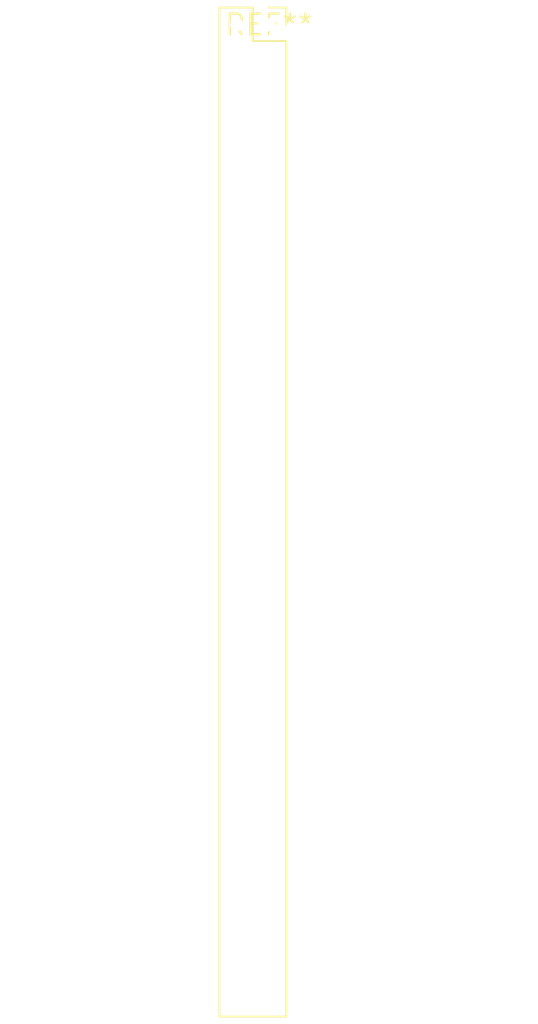
<source format=kicad_pcb>
(kicad_pcb (version 20240108) (generator pcbnew)
  (layers (0 "F.Cu" signal) (31 "B.Cu" signal) (34 "B.Paste" user) (35 "F.Paste" user) (36 "B.SilkS" user "B.Silkscreen") (37 "F.SilkS" user "F.Silkscreen") (38 "B.Mask" user) (39 "F.Mask" user) (44 "Edge.Cuts" user))
  (net 0 "")
  (footprint "PinSocket_2x31_P2.00mm_Vertical" (layer "F.Cu") (at 0 0)
    (property "Reference" "REF**")
    (property "Value" "PinSocket_2x31_P2.00mm_Vertical")
    (fp_line (start -3.06 -1.06) (end -3.06 61.06) (layer "F.SilkS") (stroke (width 0.12)))
    (fp_line (start -3.06 -1.06) (end -1 -1.06) (layer "F.SilkS") (stroke (width 0.12)))
    (fp_line (start -3.06 61.06) (end 1.06 61.06) (layer "F.SilkS") (stroke (width 0.12)))
    (fp_line (start -1 -1.06) (end -1 1) (layer "F.SilkS") (stroke (width 0.12)))
    (fp_line (start -1 1) (end 1.06 1) (layer "F.SilkS") (stroke (width 0.12)))
    (fp_line (start 0 -1.06) (end 1.06 -1.06) (layer "F.SilkS") (stroke (width 0.12)))
    (fp_line (start 1.06 -1.06) (end 1.06 0) (layer "F.SilkS") (stroke (width 0.12)))
    (fp_line (start 1.06 1) (end 1.06 61.06) (layer "F.SilkS") (stroke (width 0.12)))
    (pad "1" thru_hole rect (at 0 0) (size 1.35 1.35) (drill 0.8) (layers *.Cu *.Mask) (remove_unused_layers))
    (pad "2" thru_hole oval (at -2 0) (size 1.35 1.35) (drill 0.8) (layers *.Cu *.Mask) (remove_unused_layers))
    (pad "3" thru_hole oval (at 0 2) (size 1.35 1.35) (drill 0.8) (layers *.Cu *.Mask) (remove_unused_layers))
    (pad "4" thru_hole oval (at -2 2) (size 1.35 1.35) (drill 0.8) (layers *.Cu *.Mask) (remove_unused_layers))
    (pad "5" thru_hole oval (at 0 4) (size 1.35 1.35) (drill 0.8) (layers *.Cu *.Mask) (remove_unused_layers))
    (pad "6" thru_hole oval (at -2 4) (size 1.35 1.35) (drill 0.8) (layers *.Cu *.Mask) (remove_unused_layers))
    (pad "7" thru_hole oval (at 0 6) (size 1.35 1.35) (drill 0.8) (layers *.Cu *.Mask) (remove_unused_layers))
    (pad "8" thru_hole oval (at -2 6) (size 1.35 1.35) (drill 0.8) (layers *.Cu *.Mask) (remove_unused_layers))
    (pad "9" thru_hole oval (at 0 8) (size 1.35 1.35) (drill 0.8) (layers *.Cu *.Mask) (remove_unused_layers))
    (pad "10" thru_hole oval (at -2 8) (size 1.35 1.35) (drill 0.8) (layers *.Cu *.Mask) (remove_unused_layers))
    (pad "11" thru_hole oval (at 0 10) (size 1.35 1.35) (drill 0.8) (layers *.Cu *.Mask) (remove_unused_layers))
    (pad "12" thru_hole oval (at -2 10) (size 1.35 1.35) (drill 0.8) (layers *.Cu *.Mask) (remove_unused_layers))
    (pad "13" thru_hole oval (at 0 12) (size 1.35 1.35) (drill 0.8) (layers *.Cu *.Mask) (remove_unused_layers))
    (pad "14" thru_hole oval (at -2 12) (size 1.35 1.35) (drill 0.8) (layers *.Cu *.Mask) (remove_unused_layers))
    (pad "15" thru_hole oval (at 0 14) (size 1.35 1.35) (drill 0.8) (layers *.Cu *.Mask) (remove_unused_layers))
    (pad "16" thru_hole oval (at -2 14) (size 1.35 1.35) (drill 0.8) (layers *.Cu *.Mask) (remove_unused_layers))
    (pad "17" thru_hole oval (at 0 16) (size 1.35 1.35) (drill 0.8) (layers *.Cu *.Mask) (remove_unused_layers))
    (pad "18" thru_hole oval (at -2 16) (size 1.35 1.35) (drill 0.8) (layers *.Cu *.Mask) (remove_unused_layers))
    (pad "19" thru_hole oval (at 0 18) (size 1.35 1.35) (drill 0.8) (layers *.Cu *.Mask) (remove_unused_layers))
    (pad "20" thru_hole oval (at -2 18) (size 1.35 1.35) (drill 0.8) (layers *.Cu *.Mask) (remove_unused_layers))
    (pad "21" thru_hole oval (at 0 20) (size 1.35 1.35) (drill 0.8) (layers *.Cu *.Mask) (remove_unused_layers))
    (pad "22" thru_hole oval (at -2 20) (size 1.35 1.35) (drill 0.8) (layers *.Cu *.Mask) (remove_unused_layers))
    (pad "23" thru_hole oval (at 0 22) (size 1.35 1.35) (drill 0.8) (layers *.Cu *.Mask) (remove_unused_layers))
    (pad "24" thru_hole oval (at -2 22) (size 1.35 1.35) (drill 0.8) (layers *.Cu *.Mask) (remove_unused_layers))
    (pad "25" thru_hole oval (at 0 24) (size 1.35 1.35) (drill 0.8) (layers *.Cu *.Mask) (remove_unused_layers))
    (pad "26" thru_hole oval (at -2 24) (size 1.35 1.35) (drill 0.8) (layers *.Cu *.Mask) (remove_unused_layers))
    (pad "27" thru_hole oval (at 0 26) (size 1.35 1.35) (drill 0.8) (layers *.Cu *.Mask) (remove_unused_layers))
    (pad "28" thru_hole oval (at -2 26) (size 1.35 1.35) (drill 0.8) (layers *.Cu *.Mask) (remove_unused_layers))
    (pad "29" thru_hole oval (at 0 28) (size 1.35 1.35) (drill 0.8) (layers *.Cu *.Mask) (remove_unused_layers))
    (pad "30" thru_hole oval (at -2 28) (size 1.35 1.35) (drill 0.8) (layers *.Cu *.Mask) (remove_unused_layers))
    (pad "31" thru_hole oval (at 0 30) (size 1.35 1.35) (drill 0.8) (layers *.Cu *.Mask) (remove_unused_layers))
    (pad "32" thru_hole oval (at -2 30) (size 1.35 1.35) (drill 0.8) (layers *.Cu *.Mask) (remove_unused_layers))
    (pad "33" thru_hole oval (at 0 32) (size 1.35 1.35) (drill 0.8) (layers *.Cu *.Mask) (remove_unused_layers))
    (pad "34" thru_hole oval (at -2 32) (size 1.35 1.35) (drill 0.8) (layers *.Cu *.Mask) (remove_unused_layers))
    (pad "35" thru_hole oval (at 0 34) (size 1.35 1.35) (drill 0.8) (layers *.Cu *.Mask) (remove_unused_layers))
    (pad "36" thru_hole oval (at -2 34) (size 1.35 1.35) (drill 0.8) (layers *.Cu *.Mask) (remove_unused_layers))
    (pad "37" thru_hole oval (at 0 36) (size 1.35 1.35) (drill 0.8) (layers *.Cu *.Mask) (remove_unused_layers))
    (pad "38" thru_hole oval (at -2 36) (size 1.35 1.35) (drill 0.8) (layers *.Cu *.Mask) (remove_unused_layers))
    (pad "39" thru_hole oval (at 0 38) (size 1.35 1.35) (drill 0.8) (layers *.Cu *.Mask) (remove_unused_layers))
    (pad "40" thru_hole oval (at -2 38) (size 1.35 1.35) (drill 0.8) (layers *.Cu *.Mask) (remove_unused_layers))
    (pad "41" thru_hole oval (at 0 40) (size 1.35 1.35) (drill 0.8) (layers *.Cu *.Mask) (remove_unused_layers))
    (pad "42" thru_hole oval (at -2 40) (size 1.35 1.35) (drill 0.8) (layers *.Cu *.Mask) (remove_unused_layers))
    (pad "43" thru_hole oval (at 0 42) (size 1.35 1.35) (drill 0.8) (layers *.Cu *.Mask) (remove_unused_layers))
    (pad "44" thru_hole oval (at -2 42) (size 1.35 1.35) (drill 0.8) (layers *.Cu *.Mask) (remove_unused_layers))
    (pad "45" thru_hole oval (at 0 44) (size 1.35 1.35) (drill 0.8) (layers *.Cu *.Mask) (remove_unused_layers))
    (pad "46" thru_hole oval (at -2 44) (size 1.35 1.35) (drill 0.8) (layers *.Cu *.Mask) (remove_unused_layers))
    (pad "47" thru_hole oval (at 0 46) (size 1.35 1.35) (drill 0.8) (layers *.Cu *.Mask) (remove_unused_layers))
    (pad "48" thru_hole oval (at -2 46) (size 1.35 1.35) (drill 0.8) (layers *.Cu *.Mask) (remove_unused_layers))
    (pad "49" thru_hole oval (at 0 48) (size 1.35 1.35) (drill 0.8) (layers *.Cu *.Mask) (remove_unused_layers))
    (pad "50" thru_hole oval (at -2 48) (size 1.35 1.35) (drill 0.8) (layers *.Cu *.Mask) (remove_unused_layers))
    (pad "51" thru_hole oval (at 0 50) (size 1.35 1.35) (drill 0.8) (layers *.Cu *.Mask) (remove_unused_layers))
    (pad "52" thru_hole oval (at -2 50) (size 1.35 1.35) (drill 0.8) (layers *.Cu *.Mask) (remove_unused_layers))
    (pad "53" thru_hole oval (at 0 52) (size 1.35 1.35) (drill 0.8) (layers *.Cu *.Mask) (remove_unused_layers))
    (pad "54" thru_hole oval (at -2 52) (size 1.35 1.35) (drill 0.8) (layers *.Cu *.Mask) (remove_unused_layers))
    (pad "55" thru_hole oval (at 0 54) (size 1.35 1.35) (drill 0.8) (layers *.Cu *.Mask) (remove_unused_layers))
    (pad "56" thru_hole oval (at -2 54) (size 1.35 1.35) (drill 0.8) (layers *.Cu *.Mask) (remove_unused_layers))
    (pad "57" thru_hole oval (at 0 56) (size 1.35 1.35) (drill 0.8) (layers *.Cu *.Mask) (remove_unused_layers))
    (pad "58" thru_hole oval (at -2 56) (size 1.35 1.35) (drill 0.8) (layers *.Cu *.Mask) (remove_unused_layers))
    (pad "59" thru_hole oval (at 0 58) (size 1.35 1.35) (drill 0.8) (layers *.Cu *.Mask) (remove_unused_layers))
    (pad "60" thru_hole oval (at -2 58) (size 1.35 1.35) (drill 0.8) (layers *.Cu *.Mask) (remove_unused_layers))
    (pad "61" thru_hole oval (at 0 60) (size 1.35 1.35) (drill 0.8) (layers *.Cu *.Mask) (remove_unused_layers))
    (pad "62" thru_hole oval (at -2 60) (size 1.35 1.35) (drill 0.8) (layers *.Cu *.Mask) (remove_unused_layers))
  )
)
</source>
